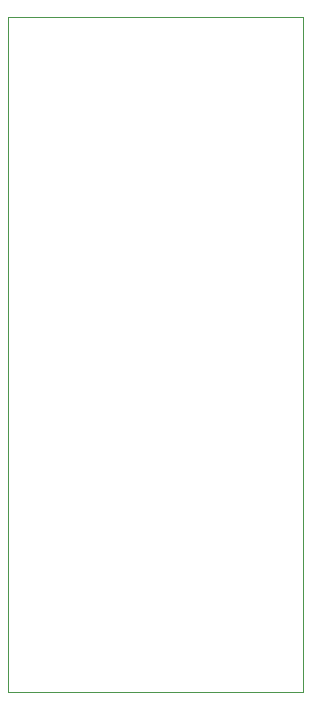
<source format=gbr>
%TF.GenerationSoftware,KiCad,Pcbnew,8.0.6*%
%TF.CreationDate,2024-11-07T13:50:09-03:00*%
%TF.ProjectId,fritzen-pro-micro,66726974-7a65-46e2-9d70-726f2d6d6963,rev?*%
%TF.SameCoordinates,Original*%
%TF.FileFunction,Profile,NP*%
%FSLAX46Y46*%
G04 Gerber Fmt 4.6, Leading zero omitted, Abs format (unit mm)*
G04 Created by KiCad (PCBNEW 8.0.6) date 2024-11-07 13:50:09*
%MOMM*%
%LPD*%
G01*
G04 APERTURE LIST*
%TA.AperFunction,Profile*%
%ADD10C,0.050000*%
%TD*%
G04 APERTURE END LIST*
D10*
X73000000Y-65700000D02*
X73000000Y-89500000D01*
X48000000Y-32400000D02*
X73000000Y-32400000D01*
X48000000Y-89500000D02*
X48000000Y-32400000D01*
X73000000Y-32400000D02*
X73000000Y-65700000D01*
X73000000Y-89500000D02*
X48000000Y-89500000D01*
M02*

</source>
